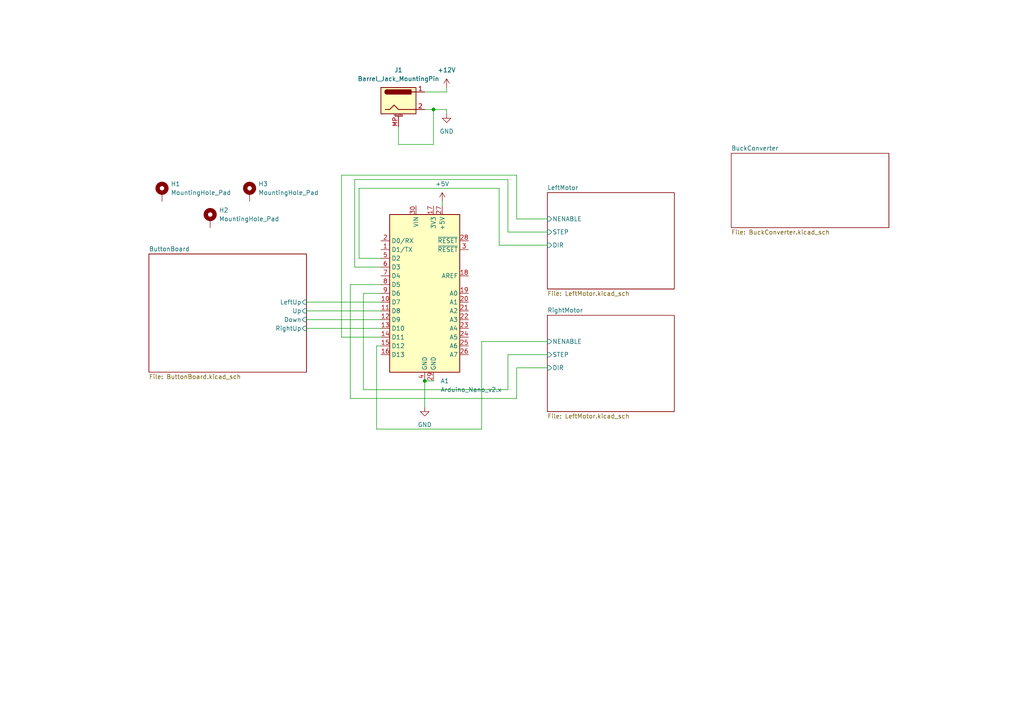
<source format=kicad_sch>
(kicad_sch (version 20211123) (generator eeschema)
  (paper "A4")
  (lib_symbols
    (symbol "Connector:Barrel_Jack_MountingPin" (pin_names hide)
      (property "Reference" "J" (at 0 5.334 0))
      (property "Value" "Barrel_Jack_MountingPin" (at 1.27 -6.35 0))
      (symbol "Barrel_Jack_MountingPin_0_1"
        (rectangle (start -5.08 3.81) (end 5.08 -3.81) (stroke (width 0.254)) (fill (type background)))
        (arc (start -3.302 3.175) (mid -3.937 2.54) (end -3.302 1.905) (stroke (width 0.254)))
        (arc (start -3.302 3.175) (mid -3.937 2.54) (end -3.302 1.905) (stroke (width 0.254)) (fill (type outline)))
        (polyline (pts (xy 5.08 2.54) (xy 3.81 2.54)) (stroke (width 0.254)))
        (polyline (pts (xy -3.81 -2.54) (xy -2.54 -2.54) (xy -1.27 -1.27) (xy 0 -2.54) (xy 2.54 -2.54) (xy 5.08 -2.54)) (stroke (width 0.254)))
        (rectangle (start 3.683 3.175) (end -3.302 1.905) (stroke (width 0.254)) (fill (type outline)))
      )
      (symbol "Barrel_Jack_MountingPin_1_1"
        (polyline (pts (xy -1.016 -4.572) (xy 1.016 -4.572)) (stroke (width 0.1524)))
        (text "Mounting" (at 0 -4.191 0) (effects (font (size 0.381 0.381))))
        (pin passive line (at 7.62 2.54 180) (length 2.54) (name "~") (number "1"))
        (pin passive line (at 7.62 -2.54 180) (length 2.54) (name "~") (number "2"))
        (pin passive line (at 0 -7.62 90) (length 3.048) (name "MountPin") (number "MP"))
      )
    )
    (symbol "MCU_Module:Arduino_Nano_v2.x"
      (property "Reference" "A" (at -10.16 23.495 0))
      (property "Value" "Arduino_Nano_v2.x" (at 5.08 -24.13 0))
      (symbol "Arduino_Nano_v2.x_0_1"
        (rectangle (start -10.16 22.86) (end 10.16 -22.86) (stroke (width 0.254)) (fill (type background)))
      )
      (symbol "Arduino_Nano_v2.x_1_1"
        (pin bidirectional line (at -12.7 12.7 0) (length 2.54) (name "D1/TX") (number "1"))
        (pin bidirectional line (at -12.7 -2.54 0) (length 2.54) (name "D7") (number "10"))
        (pin bidirectional line (at -12.7 -5.08 0) (length 2.54) (name "D8") (number "11"))
        (pin bidirectional line (at -12.7 -7.62 0) (length 2.54) (name "D9") (number "12"))
        (pin bidirectional line (at -12.7 -10.16 0) (length 2.54) (name "D10") (number "13"))
        (pin bidirectional line (at -12.7 -12.7 0) (length 2.54) (name "D11") (number "14"))
        (pin bidirectional line (at -12.7 -15.24 0) (length 2.54) (name "D12") (number "15"))
        (pin bidirectional line (at -12.7 -17.78 0) (length 2.54) (name "D13") (number "16"))
        (pin power_out line (at 2.54 25.4 270) (length 2.54) (name "3V3") (number "17"))
        (pin input line (at 12.7 5.08 180) (length 2.54) (name "AREF") (number "18"))
        (pin bidirectional line (at 12.7 0 180) (length 2.54) (name "A0") (number "19"))
        (pin bidirectional line (at -12.7 15.24 0) (length 2.54) (name "D0/RX") (number "2"))
        (pin bidirectional line (at 12.7 -2.54 180) (length 2.54) (name "A1") (number "20"))
        (pin bidirectional line (at 12.7 -5.08 180) (length 2.54) (name "A2") (number "21"))
        (pin bidirectional line (at 12.7 -7.62 180) (length 2.54) (name "A3") (number "22"))
        (pin bidirectional line (at 12.7 -10.16 180) (length 2.54) (name "A4") (number "23"))
        (pin bidirectional line (at 12.7 -12.7 180) (length 2.54) (name "A5") (number "24"))
        (pin bidirectional line (at 12.7 -15.24 180) (length 2.54) (name "A6") (number "25"))
        (pin bidirectional line (at 12.7 -17.78 180) (length 2.54) (name "A7") (number "26"))
        (pin power_out line (at 5.08 25.4 270) (length 2.54) (name "+5V") (number "27"))
        (pin input line (at 12.7 15.24 180) (length 2.54) (name "~{RESET}") (number "28"))
        (pin power_in line (at 2.54 -25.4 90) (length 2.54) (name "GND") (number "29"))
        (pin input line (at 12.7 12.7 180) (length 2.54) (name "~{RESET}") (number "3"))
        (pin power_in line (at -2.54 25.4 270) (length 2.54) (name "VIN") (number "30"))
        (pin power_in line (at 0 -25.4 90) (length 2.54) (name "GND") (number "4"))
        (pin bidirectional line (at -12.7 10.16 0) (length 2.54) (name "D2") (number "5"))
        (pin bidirectional line (at -12.7 7.62 0) (length 2.54) (name "D3") (number "6"))
        (pin bidirectional line (at -12.7 5.08 0) (length 2.54) (name "D4") (number "7"))
        (pin bidirectional line (at -12.7 2.54 0) (length 2.54) (name "D5") (number "8"))
        (pin bidirectional line (at -12.7 0 0) (length 2.54) (name "D6") (number "9"))
      )
    )
    (symbol "Mechanical:MountingHole_Pad" (pin_numbers hide) (pin_names (offset 1.016) hide)
      (property "Reference" "H" (at 0 6.35 0))
      (property "Value" "MountingHole_Pad" (at 0 4.445 0))
      (symbol "MountingHole_Pad_0_1"
        (circle (center 0 1.27) (radius 1.27) (stroke (width 1.27)))
      )
      (symbol "MountingHole_Pad_1_1"
        (pin input line (at 0 -2.54 90) (length 2.54) (name "1") (number "1"))
      )
    )
    (symbol "power:+12V" (power) (pin_names (offset 0))
      (property "Value" "+12V" (at 0 3.556 0))
      (symbol "+12V_0_1"
        (polyline (pts (xy -0.762 1.27) (xy 0 2.54)))
        (polyline (pts (xy 0 0) (xy 0 2.54)))
        (polyline (pts (xy 0 2.54) (xy 0.762 1.27)))
      )
      (symbol "+12V_1_1"
        (pin power_in line (at 0 0 90) (length 0) hide (name "+12V") (number "1"))
      )
    )
    (symbol "power:+5V" (power) (pin_names (offset 0))
      (property "Value" "+5V" (at 0 3.556 0))
      (symbol "+5V_0_1"
        (polyline (pts (xy -0.762 1.27) (xy 0 2.54)))
        (polyline (pts (xy 0 0) (xy 0 2.54)))
        (polyline (pts (xy 0 2.54) (xy 0.762 1.27)))
      )
      (symbol "+5V_1_1"
        (pin power_in line (at 0 0 90) (length 0) hide (name "+5V") (number "1"))
      )
    )
    (symbol "power:GND" (power) (pin_names (offset 0))
      (property "Value" "GND" (at 0 -3.81 0))
      (symbol "GND_0_1"
        (polyline (pts (xy 0 0) (xy 0 -1.27) (xy 1.27 -1.27) (xy 0 -2.54) (xy -1.27 -1.27) (xy 0 -1.27)))
      )
      (symbol "GND_1_1"
        (pin power_in line (at 0 0 270) (length 0) hide (name "GND") (number "1"))
      )
    )
  )
  (junction (at 125.73 31.75))
  (junction (at 123.19 110.49))
  (wire (pts (xy 147.32 52.07) (xy 102.87 52.07)))
  (wire (pts (xy 115.57 41.91) (xy 125.73 41.91)))
  (wire (pts (xy 123.19 110.49) (xy 125.73 110.49)))
  (wire (pts (xy 144.78 71.12) (xy 144.78 54.61)))
  (wire (pts (xy 109.22 100.33) (xy 110.49 100.33)))
  (wire (pts (xy 101.6 82.55) (xy 110.49 82.55)))
  (wire (pts (xy 123.19 31.75) (xy 125.73 31.75)))
  (wire (pts (xy 104.14 54.61) (xy 104.14 74.93)))
  (wire (pts (xy 115.57 36.83) (xy 115.57 41.91)))
  (wire (pts (xy 158.75 99.06) (xy 139.7 99.06)))
  (wire (pts (xy 129.54 26.67) (xy 129.54 25.4)))
  (wire (pts (xy 125.73 41.91) (xy 125.73 31.75)))
  (wire (pts (xy 88.9 95.25) (xy 110.49 95.25)))
  (wire (pts (xy 149.86 106.68) (xy 149.86 115.57)))
  (wire (pts (xy 88.9 87.63) (xy 110.49 87.63)))
  (wire (pts (xy 101.6 115.57) (xy 101.6 82.55)))
  (wire (pts (xy 109.22 124.46) (xy 109.22 100.33)))
  (wire (pts (xy 129.54 31.75) (xy 129.54 33.02)))
  (wire (pts (xy 88.9 90.17) (xy 110.49 90.17)))
  (wire (pts (xy 158.75 102.87) (xy 147.32 102.87)))
  (wire (pts (xy 105.41 113.03) (xy 105.41 85.09)))
  (wire (pts (xy 123.19 26.67) (xy 129.54 26.67)))
  (wire (pts (xy 158.75 63.5) (xy 149.86 63.5)))
  (wire (pts (xy 99.06 50.8) (xy 99.06 97.79)))
  (wire (pts (xy 125.73 31.75) (xy 129.54 31.75)))
  (wire (pts (xy 102.87 77.47) (xy 110.49 77.47)))
  (wire (pts (xy 88.9 92.71) (xy 110.49 92.71)))
  (wire (pts (xy 147.32 67.31) (xy 147.32 52.07)))
  (wire (pts (xy 105.41 85.09) (xy 110.49 85.09)))
  (wire (pts (xy 158.75 71.12) (xy 144.78 71.12)))
  (wire (pts (xy 139.7 124.46) (xy 109.22 124.46)))
  (wire (pts (xy 144.78 54.61) (xy 104.14 54.61)))
  (wire (pts (xy 139.7 99.06) (xy 139.7 124.46)))
  (wire (pts (xy 128.27 58.42) (xy 128.27 59.69)))
  (wire (pts (xy 149.86 50.8) (xy 99.06 50.8)))
  (wire (pts (xy 149.86 115.57) (xy 101.6 115.57)))
  (wire (pts (xy 149.86 63.5) (xy 149.86 50.8)))
  (wire (pts (xy 123.19 118.11) (xy 123.19 110.49)))
  (wire (pts (xy 147.32 113.03) (xy 105.41 113.03)))
  (wire (pts (xy 104.14 74.93) (xy 110.49 74.93)))
  (wire (pts (xy 147.32 102.87) (xy 147.32 113.03)))
  (wire (pts (xy 99.06 97.79) (xy 110.49 97.79)))
  (wire (pts (xy 102.87 52.07) (xy 102.87 77.47)))
  (wire (pts (xy 158.75 106.68) (xy 149.86 106.68)))
  (wire (pts (xy 158.75 67.31) (xy 147.32 67.31)))
  (symbol (lib_id "Mechanical:MountingHole_Pad") (at 72.39 55.88 0) (unit 1)
    (property "Reference" "H3" (at 74.93 53.3399 0) (effects (justify left)))
    (property "Value" "MountingHole_Pad" (at 74.93 55.8799 0) (effects (justify left)))
    (property "Footprint" "MountingHole:MountingHole_3.2mm_M3_Pad_Via" (effects hide))
  )
  (symbol (lib_id "power:+5V") (at 128.27 58.42 0) (unit 1)
    (property "Reference" "#PWR02" (effects hide))
    (property "Value" "+5V" (at 128.27 53.34 0))
  )
  (symbol (lib_id "Mechanical:MountingHole_Pad") (at 60.96 63.5 0) (unit 1)
    (property "Reference" "H2" (at 63.5 60.9599 0) (effects (justify left)))
    (property "Value" "MountingHole_Pad" (at 63.5 63.4999 0) (effects (justify left)))
    (property "Footprint" "MountingHole:MountingHole_3.2mm_M3_Pad_Via" (effects hide))
  )
  (symbol (lib_id "Mechanical:MountingHole_Pad") (at 46.99 55.88 0) (unit 1)
    (property "Reference" "H1" (at 49.53 53.3399 0) (effects (justify left)))
    (property "Value" "MountingHole_Pad" (at 49.53 55.8799 0) (effects (justify left)))
    (property "Footprint" "MountingHole:MountingHole_3.2mm_M3_Pad_Via" (effects hide))
  )
  (symbol (lib_id "Connector:Barrel_Jack_MountingPin") (at 115.57 29.21 0) (unit 1)
    (property "Reference" "J1" (at 115.57 20.32 0))
    (property "Value" "Barrel_Jack_MountingPin" (at 115.57 22.86 0))
    (property "Footprint" "Connector_BarrelJack:BarrelJack_CLIFF_FC681465S_SMT_Horizontal" (effects hide))
  )
  (symbol (lib_id "MCU_Module:Arduino_Nano_v2.x") (at 123.19 85.09 0) (unit 1)
    (property "Reference" "A1" (at 127.7494 110.49 0) (effects (justify left)))
    (property "Value" "Arduino_Nano_v2.x" (at 127.7494 113.03 0) (effects (justify left)))
    (property "Footprint" "Module:Arduino_Nano" (effects hide))
    (property "Datasheet" "https://www.arduino.cc/en/uploads/Main/ArduinoNanoManual23.pdf" (effects hide))
  )
  (symbol (lib_id "power:GND") (at 123.19 118.11 0) (unit 1)
    (property "Reference" "#PWR01" (effects hide))
    (property "Value" "GND" (at 123.19 123.19 0))
  )
  (symbol (lib_id "power:+12V") (at 129.54 25.4 0) (unit 1)
    (property "Reference" "#PWR03" (effects hide))
    (property "Value" "+12V" (at 129.54 20.32 0))
  )
  (symbol (lib_id "power:GND") (at 129.54 33.02 0) (unit 1)
    (property "Reference" "#PWR04" (effects hide))
    (property "Value" "GND" (at 129.54 38.1 0))
  )
  (sheet (at 158.75 91.44) (size 36.83 27.94) (stroke (width 0.1524))
    (property "Sheet name" "RightMotor" (at 158.75 90.7284 0) (effects (justify left bottom)))
    (property "Sheet file" "LeftMotor.kicad_sch" (at 158.75 119.9646 0) (effects (justify left top)))
    (pin "NENABLE" input (at 158.75 99.06 180))
    (pin "STEP" input (at 158.75 102.87 180))
    (pin "DIR" input (at 158.75 106.68 180))
  )
  (sheet (at 158.75 55.88) (size 36.83 27.94) (stroke (width 0.1524))
    (property "Sheet name" "LeftMotor" (at 158.75 55.1684 0) (effects (justify left bottom)))
    (property "Sheet file" "LeftMotor.kicad_sch" (at 158.75 84.4046 0) (effects (justify left top)))
    (pin "NENABLE" input (at 158.75 63.5 180))
    (pin "STEP" input (at 158.75 67.31 180))
    (pin "DIR" input (at 158.75 71.12 180))
  )
  (sheet (at 43.18 73.66) (size 45.72 34.29) (stroke (width 0.1524))
    (property "Sheet name" "ButtonBoard" (at 43.18 72.9484 0) (effects (justify left bottom)))
    (property "Sheet file" "ButtonBoard.kicad_sch" (at 43.18 108.5346 0) (effects (justify left top)))
    (pin "Up" input (at 88.9 90.17 0))
    (pin "Down" input (at 88.9 92.71 0))
    (pin "RightUp" input (at 88.9 95.25 0))
    (pin "LeftUp" input (at 88.9 87.63 0))
  )
  (sheet (at 212.09 44.45) (size 45.72 21.59) (stroke (width 0.1524))
    (property "Sheet name" "BuckConverter" (at 212.09 43.7384 0) (effects (justify left bottom)))
    (property "Sheet file" "BuckConverter.kicad_sch" (at 212.09 66.6246 0) (effects (justify left top)))
  )
)
</source>
